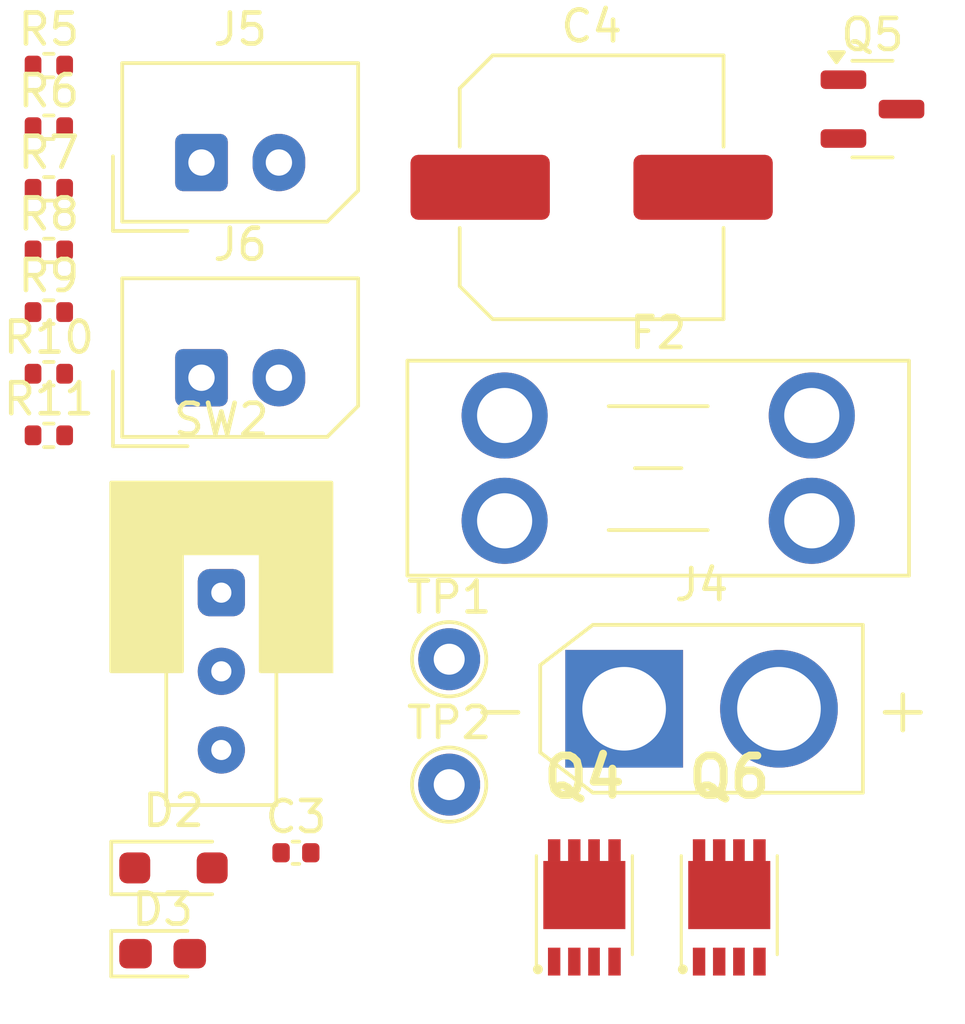
<source format=kicad_pcb>
(kicad_pcb (version 20221018) (generator pcbnew)
  (layers (0 "F.Cu" signal) (31 "B.Cu" signal) (34 "B.Paste" user) (35 "F.Paste" user) (36 "B.SilkS" user "B.Silkscreen") (37 "F.SilkS" user "F.Silkscreen") (38 "B.Mask" user) (39 "F.Mask" user) (44 "Edge.Cuts" user))
  (net 0 "")
  (net 1 "/S-S")
  (net 2 "Net-(Q6-G)")
  (net 3 "VDD")
  (net 4 "GND")
  (net 5 "Net-(D3-A)")
  (net 6 "+BATT")
  (net 7 "Net-(Q4-D)")
  (net 8 "Net-(Q4-G)")
  (net 9 "/PowerSW")
  (net 10 "Net-(Q5-D)")
  (net 11 "Net-(SW2-A)")
  (footprint "Connector_AMASS:AMASS_XT30U-M_1x02_P5.0mm_Vertical" (layer "F.Cu") (at 43.13 47.835)
    (fp_text reference "J4" (at 2.5 -4) (layer "F.SilkS"))
    (fp_text value "Conn_01x02_Male")
    (fp_text user "+" (at 9 0) (layer "F.SilkS") (effects (font (size 1.5 1.5))))
    (fp_text user "-" (at -4 0) (layer "F.SilkS") (effects (font (size 1.5 1.5))))
    (fp_line (start -2.71 -1.41) (end -2.71 1.41) (stroke (width 0.12)) (layer "F.SilkS"))
    (fp_line (start -2.71 -1.41) (end -1.01 -2.71) (stroke (width 0.12)) (layer "F.SilkS"))
    (fp_line (start -2.71 1.41) (end -1.01 2.71) (stroke (width 0.12)) (layer "F.SilkS"))
    (fp_line (start -1.01 -2.71) (end 7.71 -2.71) (stroke (width 0.12)) (layer "F.SilkS"))
    (fp_line (start -1.01 2.71) (end 7.71 2.71) (stroke (width 0.12)) (layer "F.SilkS"))
    (fp_line (start 7.71 -2.71) (end 7.71 2.71) (stroke (width 0.12)) (layer "F.SilkS"))
    (pad "1" thru_hole rect (at 0 0) (size 3.8 3.8) (drill 2.7) (layers "*.Cu" "*.Mask") (net 4 "GND"))
    (pad "2" thru_hole circle (at 5 0) (size 3.8 3.8) (drill 2.7) (layers "*.Cu" "*.Mask") (net 6 "+BATT"))
  )
  (footprint "TomoshibiLibrary:Package_TSON-Advance" (layer "F.Cu") (at 46.525 53.85)
    (fp_text reference "Q6" (at 0 -3.81) (layer "F.SilkS") (effects (font (size 1.27 1.27) (thickness 0.254))))
    (fp_text value "SQS141ELNW" hide)
    (fp_line (start -1.55 -1.27) (end -1.55 2.5) (stroke (width 0.1)) (layer "F.SilkS"))
    (fp_line (start 1.55 -1.27) (end 1.55 1.924) (stroke (width 0.1)) (layer "F.SilkS"))
    (fp_circle (center -1.5 2.4) (end -1.4 2.4) (stroke (width 0.12)) (fill solid) (layer "F.SilkS"))
    (pad "1" smd rect (at -0.975 2.15 90) (size 0.9 0.4) (layers "F.Cu" "F.Paste" "F.Mask") (net 1 "/S-S"))
    (pad "2" smd rect (at -0.325 2.15 90) (size 0.9 0.4) (layers "F.Cu" "F.Paste" "F.Mask") (net 1 "/S-S"))
    (pad "3" smd rect (at 0.3125 2.15 90) (size 0.9 0.375) (layers "F.Cu" "F.Paste" "F.Mask") (net 1 "/S-S"))
    (pad "4" smd rect (at 0.975 2.15 90) (size 0.9 0.4) (layers "F.Cu" "F.Paste" "F.Mask") (net 2 "Net-(Q6-G)"))
    (pad "5" smd rect (at -0.975 -1.45 90) (size 0.7 0.4) (layers "F.Cu" "F.Paste" "F.Mask") (net 3 "VDD"))
    (pad "5" smd rect (at -0.325 -1.45 90) (size 0.7 0.4) (layers "F.Cu" "F.Paste" "F.Mask") (net 3 "VDD"))
    (pad "5" smd rect (at 0 0 90) (size 2.2 2.65) (layers "F.Cu" "F.Paste" "F.Mask") (net 3 "VDD"))
    (pad "5" smd rect (at 0.3125 -1.45 90) (size 0.7 0.375) (layers "F.Cu" "F.Paste" "F.Mask") (net 3 "VDD"))
    (pad "5" smd rect (at 0.975 -1.45 90) (size 0.7 0.4) (layers "F.Cu" "F.Paste" "F.Mask") (net 3 "VDD"))
  )
  (footprint "TestPoint:TestPoint_THTPad_D2.0mm_Drill1.0mm" (layer "F.Cu") (at 37.48 46.235)
    (fp_text reference "TP1" (at 0 -1.998) (layer "F.SilkS"))
    (fp_text value "TestPoint")
    (fp_circle (center 0 0) (end 0 1.2) (stroke (width 0.12)) (fill none) (layer "F.SilkS"))
    (pad "1" thru_hole circle (at 0 0) (size 2 2) (drill 1) (layers "*.Cu" "*.Mask") (net 3 "VDD"))
  )
  (footprint "TestPoint:TestPoint_THTPad_D2.0mm_Drill1.0mm" (layer "F.Cu") (at 37.48 50.285)
    (fp_text reference "TP2" (at 0 -1.998) (layer "F.SilkS"))
    (fp_text value "TestPoint")
    (fp_circle (center 0 0) (end 0 1.2) (stroke (width 0.12)) (fill none) (layer "F.SilkS"))
    (pad "1" thru_hole circle (at 0 0) (size 2 2) (drill 1) (layers "*.Cu" "*.Mask") (net 4 "GND"))
  )
  (footprint "Resistor_SMD:R_0402_1005Metric" (layer "F.Cu") (at 24.55 33.035)
    (fp_text reference "R8" (at 0 -1.17) (layer "F.SilkS"))
    (fp_text value "10k")
    (fp_line (start -0.153641 -0.38) (end 0.153641 -0.38) (stroke (width 0.12)) (layer "F.SilkS"))
    (fp_line (start -0.153641 0.38) (end 0.153641 0.38) (stroke (width 0.12)) (layer "F.SilkS"))
    (pad "1" smd roundrect (at -0.51 0) (size 0.54 0.64) (layers "F.Cu" "F.Paste" "F.Mask") (net 1 "/S-S"))
    (pad "2" smd roundrect (at 0.51 0) (size 0.54 0.64) (layers "F.Cu" "F.Paste" "F.Mask") (net 8 "Net-(Q4-G)"))
  )
  (footprint "Resistor_SMD:R_0402_1005Metric" (layer "F.Cu") (at 24.55 31.045)
    (fp_text reference "R7" (at 0 -1.17) (layer "F.SilkS"))
    (fp_text value "10k")
    (fp_line (start -0.153641 -0.38) (end 0.153641 -0.38) (stroke (width 0.12)) (layer "F.SilkS"))
    (fp_line (start -0.153641 0.38) (end 0.153641 0.38) (stroke (width 0.12)) (layer "F.SilkS"))
    (pad "1" smd roundrect (at -0.51 0) (size 0.54 0.64) (layers "F.Cu" "F.Paste" "F.Mask") (net 8 "Net-(Q4-G)"))
    (pad "2" smd roundrect (at 0.51 0) (size 0.54 0.64) (layers "F.Cu" "F.Paste" "F.Mask") (net 4 "GND"))
  )
  (footprint "Package_TO_SOT_SMD:SOT-23" (layer "F.Cu") (at 51.15 28.47)
    (fp_text reference "Q5" (at 0 -2.4) (layer "F.SilkS"))
    (fp_text value "BSS138")
    (fp_line (start 0 -1.56) (end -0.65 -1.56) (stroke (width 0.12)) (layer "F.SilkS"))
    (fp_line (start 0 -1.56) (end 0.65 -1.56) (stroke (width 0.12)) (layer "F.SilkS"))
    (fp_line (start 0 1.56) (end -0.65 1.56) (stroke (width 0.12)) (layer "F.SilkS"))
    (fp_line (start 0 1.56) (end 0.65 1.56) (stroke (width 0.12)) (layer "F.SilkS"))
    (fp_poly (pts (xy -1.1625 -1.51) (xy -1.4025 -1.84) (xy -0.9225 -1.84) (xy -1.1625 -1.51)) (stroke (width 0.12)) (fill solid) (layer "F.SilkS"))
    (pad "1" smd roundrect (at -0.9375 -0.95) (size 1.475 0.6) (layers "F.Cu" "F.Paste" "F.Mask") (net 9 "/PowerSW"))
    (pad "2" smd roundrect (at -0.9375 0.95) (size 1.475 0.6) (layers "F.Cu" "F.Paste" "F.Mask") (net 4 "GND"))
    (pad "3" smd roundrect (at 0.9375 0) (size 1.475 0.6) (layers "F.Cu" "F.Paste" "F.Mask") (net 10 "Net-(Q5-D)"))
  )
  (footprint "Resistor_SMD:R_0402_1005Metric" (layer "F.Cu") (at 24.55 35.025)
    (fp_text reference "R9" (at 0 -1.17) (layer "F.SilkS"))
    (fp_text value "10k")
    (fp_line (start -0.153641 -0.38) (end 0.153641 -0.38) (stroke (width 0.12)) (layer "F.SilkS"))
    (fp_line (start -0.153641 0.38) (end 0.153641 0.38) (stroke (width 0.12)) (layer "F.SilkS"))
    (pad "1" smd roundrect (at -0.51 0) (size 0.54 0.64) (layers "F.Cu" "F.Paste" "F.Mask") (net 1 "/S-S"))
    (pad "2" smd roundrect (at 0.51 0) (size 0.54 0.64) (layers "F.Cu" "F.Paste" "F.Mask") (net 2 "Net-(Q6-G)"))
  )
  (footprint "Resistor_SMD:R_0402_1005Metric" (layer "F.Cu") (at 24.55 39.005)
    (fp_text reference "R11" (at 0 -1.17) (layer "F.SilkS"))
    (fp_text value "20k")
    (fp_line (start -0.153641 -0.38) (end 0.153641 -0.38) (stroke (width 0.12)) (layer "F.SilkS"))
    (fp_line (start -0.153641 0.38) (end 0.153641 0.38) (stroke (width 0.12)) (layer "F.SilkS"))
    (pad "1" smd roundrect (at -0.51 0) (size 0.54 0.64) (layers "F.Cu" "F.Paste" "F.Mask") (net 5 "Net-(D3-A)"))
    (pad "2" smd roundrect (at 0.51 0) (size 0.54 0.64) (layers "F.Cu" "F.Paste" "F.Mask") (net 3 "VDD"))
  )
  (footprint "TomoshibiLibrary:SW_Slide_3P_SPDT" (layer "F.Cu") (at 30.121 46.626)
    (fp_text reference "SW2" (at 0 -8.128 unlocked) (layer "F.SilkS"))
    (fp_text value "SW_SPDT")
    (fp_line (start -1.778 -4.318) (end 1.778 -4.318) (stroke (width 0.12)) (layer "F.SilkS"))
    (fp_line (start -1.778 4.318) (end -1.778 -4.318) (stroke (width 0.12)) (layer "F.SilkS"))
    (fp_line (start 1.778 -4.318) (end 1.778 4.318) (stroke (width 0.12)) (layer "F.SilkS"))
    (fp_line (start 1.778 4.318) (end -1.778 4.318) (stroke (width 0.12)) (layer "F.SilkS"))
    (fp_poly (pts (xy 3.556 0) (xy 1.27 0) (xy 1.27 -3.81) (xy -1.27 -3.81) (xy -1.27 0) (xy -3.556 0) (xy -3.556 -6.096) (xy 3.556 -6.096)) (stroke (width 0.12)) (fill solid) (layer "F.SilkS"))
    (pad "1" thru_hole roundrect (at 0 -2.54) (size 1.524 1.524) (drill 0.65) (layers "*.Cu" "*.Mask") (net 11 "Net-(SW2-A)"))
    (pad "2" thru_hole circle (at 0 0) (size 1.524 1.524) (drill 0.65) (layers "*.Cu" "*.Mask") (net 1 "/S-S"))
    (pad "3" thru_hole circle (at 0 2.54) (size 1.524 1.524) (drill 0.65) (layers "*.Cu" "*.Mask"))
  )
  (footprint "Diode_SMD:D_SOD-323_HandSoldering" (layer "F.Cu") (at 28.575 52.975)
    (fp_text reference "D2" (at 0 -1.85) (layer "F.SilkS"))
    (fp_text value "1N5819WS")
    (fp_line (start -2.01 -0.85) (end -2.01 0.85) (stroke (width 0.12)) (layer "F.SilkS"))
    (fp_line (start -2.01 -0.85) (end 1.25 -0.85) (stroke (width 0.12)) (layer "F.SilkS"))
    (fp_line (start -2.01 0.85) (end 1.25 0.85) (stroke (width 0.12)) (layer "F.SilkS"))
    (pad "1" smd roundrect (at -1.25 0) (size 1 1) (layers "F.Cu" "F.Paste" "F.Mask") (net 3 "VDD"))
    (pad "2" smd roundrect (at 1.25 0) (size 1 1) (layers "F.Cu" "F.Paste" "F.Mask") (net 4 "GND"))
  )
  (footprint "Capacitor_SMD:C_Elec_8x10.2" (layer "F.Cu") (at 42.08 30.995)
    (fp_text reference "C4" (at 0 -5.2) (layer "F.SilkS"))
    (fp_text value "470uF")
    (fp_line (start -4.26 -3.195563) (end -4.26 -1.31) (stroke (width 0.12)) (layer "F.SilkS"))
    (fp_line (start -4.26 -3.195563) (end -3.195563 -4.26) (stroke (width 0.12)) (layer "F.SilkS"))
    (fp_line (start -4.26 3.195563) (end -4.26 1.31) (stroke (width 0.12)) (layer "F.SilkS"))
    (fp_line (start -4.26 3.195563) (end -3.195563 4.26) (stroke (width 0.12)) (layer "F.SilkS"))
    (fp_line (start -3.195563 -4.26) (end 4.26 -4.26) (stroke (width 0.12)) (layer "F.SilkS"))
    (fp_line (start -3.195563 4.26) (end 4.26 4.26) (stroke (width 0.12)) (layer "F.SilkS"))
    (fp_line (start 4.26 -4.26) (end 4.26 -1.31) (stroke (width 0.12)) (layer "F.SilkS"))
    (fp_line (start 4.26 4.26) (end 4.26 1.31) (stroke (width 0.12)) (layer "F.SilkS"))
    (pad "1" smd roundrect (at -3.6 0) (size 4.5 2.1) (layers "F.Cu" "F.Paste" "F.Mask") (roundrect_rratio 0.119048) (net 3 "VDD"))
    (pad "2" smd roundrect (at 3.6 0) (size 4.5 2.1) (layers "F.Cu" "F.Paste" "F.Mask") (roundrect_rratio 0.119048) (net 4 "GND"))
  )
  (footprint "Resistor_SMD:R_0402_1005Metric" (layer "F.Cu") (at 24.55 29.055)
    (fp_text reference "R6" (at 0 -1.17) (layer "F.SilkS"))
    (fp_text value "10k")
    (fp_line (start -0.153641 -0.38) (end 0.153641 -0.38) (stroke (width 0.12)) (layer "F.SilkS"))
    (fp_line (start -0.153641 0.38) (end 0.153641 0.38) (stroke (width 0.12)) (layer "F.SilkS"))
    (pad "1" smd roundrect (at -0.51 0) (size 0.54 0.64) (layers "F.Cu" "F.Paste" "F.Mask") (net 9 "/PowerSW"))
    (pad "2" smd roundrect (at 0.51 0) (size 0.54 0.64) (layers "F.Cu" "F.Paste" "F.Mask") (net 4 "GND"))
  )
  (footprint "Connector_Molex:Molex_SPOX_5267-02A_1x02_P2.50mm_Vertical" (layer "F.Cu") (at 29.48 37.145)
    (fp_text reference "J6" (at 1.25 -4.3) (layer "F.SilkS"))
    (fp_text value "Conn_01x02_Male")
    (fp_line (start -2.86 -0.2) (end -2.86 2.21) (stroke (width 0.12)) (layer "F.SilkS"))
    (fp_line (start -2.86 2.21) (end -0.45 2.21) (stroke (width 0.12)) (layer "F.SilkS"))
    (fp_line (start -2.56 -3.21) (end -2.56 1.91) (stroke (width 0.12)) (layer "F.SilkS"))
    (fp_line (start -2.56 1.91) (end 4.06 1.91) (stroke (width 0.12)) (layer "F.SilkS"))
    (fp_line (start 4.06 1.91) (end 5.06 0.91) (stroke (width 0.12)) (layer "F.SilkS"))
    (fp_line (start 5.06 -3.21) (end -2.56 -3.21) (stroke (width 0.12)) (layer "F.SilkS"))
    (fp_line (start 5.06 0.91) (end 5.06 -3.21) (stroke (width 0.12)) (layer "F.SilkS"))
    (pad "1" thru_hole roundrect (at 0 0) (size 1.7 1.85) (drill 0.85) (layers "*.Cu" "*.Mask") (roundrect_rratio 0.147059) (net 4 "GND"))
    (pad "2" thru_hole oval (at 2.5 0) (size 1.7 1.85) (drill 0.85) (layers "*.Cu" "*.Mask") (net 3 "VDD"))
  )
  (footprint "Fuse:Fuseholder_Blade_Mini_Keystone_3568" (layer "F.Cu") (at 39.27 38.365)
    (fp_text reference "F2" (at 4.96 -2.67) (layer "F.SilkS"))
    (fp_text value "Fuse")
    (fp_line (start -3.14 -1.77) (end -3.14 5.17) (stroke (width 0.12)) (layer "F.SilkS"))
    (fp_line (start -3.14 5.17) (end 13.06 5.17) (stroke (width 0.12)) (layer "F.SilkS"))
    (fp_line (start 3.36 -0.3) (end 6.56 -0.3) (stroke (width 0.12)) (layer "F.SilkS"))
    (fp_line (start 4.21 1.7) (end 5.71 1.7) (stroke (width 0.12)) (layer "F.SilkS"))
    (fp_line (start 6.56 3.7) (end 3.36 3.7) (stroke (width 0.12)) (layer "F.SilkS"))
    (fp_line (start 13.06 -1.77) (end -3.14 -1.77) (stroke (width 0.12)) (layer "F.SilkS"))
    (fp_line (start 13.06 5.17) (end 13.06 -1.77) (stroke (width 0.12)) (layer "F.SilkS"))
    (pad "1" thru_hole circle (at 0 0) (size 2.78 2.78) (drill 1.78) (layers "*.Cu" "*.Mask") (net 6 "+BATT"))
    (pad "1" thru_hole circle (at 0 3.4) (size 2.78 2.78) (drill 1.78) (layers "*.Cu" "*.Mask") (net 6 "+BATT"))
    (pad "2" thru_hole circle (at 9.92 0) (size 2.78 2.78) (drill 1.78) (layers "*.Cu" "*.Mask") (net 7 "Net-(Q4-D)"))
    (pad "2" thru_hole circle (at 9.92 3.4) (size 2.78 2.78) (drill 1.78) (layers "*.Cu" "*.Mask") (net 7 "Net-(Q4-D)"))
  )
  (footprint "Resistor_SMD:R_0402_1005Metric" (layer "F.Cu") (at 24.55 37.015)
    (fp_text reference "R10" (at 0 -1.17) (layer "F.SilkS"))
    (fp_text value "10k")
    (fp_line (start -0.153641 -0.38) (end 0.153641 -0.38) (stroke (width 0.12)) (layer "F.SilkS"))
    (fp_line (start -0.153641 0.38) (end 0.153641 0.38) (stroke (width 0.12)) (layer "F.SilkS"))
    (pad "1" smd roundrect (at -0.51 0) (size 0.54 0.64) (layers "F.Cu" "F.Paste" "F.Mask") (net 2 "Net-(Q6-G)"))
    (pad "2" smd roundrect (at 0.51 0) (size 0.54 0.64) (layers "F.Cu" "F.Paste" "F.Mask") (net 10 "Net-(Q5-D)"))
  )
  (footprint "Resistor_SMD:R_0402_1005Metric" (layer "F.Cu") (at 24.55 27.065)
    (fp_text reference "R5" (at 0 -1.17) (layer "F.SilkS"))
    (fp_text value "10k")
    (fp_line (start -0.153641 -0.38) (end 0.153641 -0.38) (stroke (width 0.12)) (layer "F.SilkS"))
    (fp_line (start -0.153641 0.38) (end 0.153641 0.38) (stroke (width 0.12)) (layer "F.SilkS"))
    (pad "1" smd roundrect (at -0.51 0) (size 0.54 0.64) (layers "F.Cu" "F.Paste" "F.Mask") (net 11 "Net-(SW2-A)"))
    (pad "2" smd roundrect (at 0.51 0) (size 0.54 0.64) (layers "F.Cu" "F.Paste" "F.Mask") (net 9 "/PowerSW"))
  )
  (footprint "Connector_Molex:Molex_SPOX_5267-02A_1x02_P2.50mm_Vertical" (layer "F.Cu") (at 29.48 30.195)
    (fp_text reference "J5" (at 1.25 -4.3) (layer "F.SilkS"))
    (fp_text value "Conn_01x02_Male")
    (fp_line (start -2.86 -0.2) (end -2.86 2.21) (stroke (width 0.12)) (layer "F.SilkS"))
    (fp_line (start -2.86 2.21) (end -0.45 2.21) (stroke (width 0.12)) (layer "F.SilkS"))
    (fp_line (start -2.56 -3.21) (end -2.56 1.91) (stroke (width 0.12)) (layer "F.SilkS"))
    (fp_line (start -2.56 1.91) (end 4.06 1.91) (stroke (width 0.12)) (layer "F.SilkS"))
    (fp_line (start 4.06 1.91) (end 5.06 0.91) (stroke (width 0.12)) (layer "F.SilkS"))
    (fp_line (start 5.06 -3.21) (end -2.56 -3.21) (stroke (width 0.12)) (layer "F.SilkS"))
    (fp_line (start 5.06 0.91) (end 5.06 -3.21) (stroke (width 0.12)) (layer "F.SilkS"))
    (pad "1" thru_hole roundrect (at 0 0) (size 1.7 1.85) (drill 0.85) (layers "*.Cu" "*.Mask") (roundrect_rratio 0.147059) (net 4 "GND"))
    (pad "2" thru_hole oval (at 2.5 0) (size 1.7 1.85) (drill 0.85) (layers "*.Cu" "*.Mask") (net 3 "VDD"))
  )
  (footprint "TomoshibiLibrary:Package_TSON-Advance" (layer "F.Cu") (at 41.845 53.85)
    (fp_text reference "Q4" (at 0 -3.81) (layer "F.SilkS") (effects (font (size 1.27 1.27) (thickness 0.254))))
    (fp_text value "SQS141ELNW" hide)
    (fp_line (start -1.55 -1.27) (end -1.55 2.5) (stroke (width 0.1)) (layer "F.SilkS"))
    (fp_line (start 1.55 -1.27) (end 1.55 1.924) (stroke (width 0.1)) (layer "F.SilkS"))
    (fp_circle (center -1.5 2.4) (end -1.4 2.4) (stroke (width 0.12)) (fill solid) (layer "F.SilkS"))
    (pad "1" smd rect (at -0.975 2.15 90) (size 0.9 0.4) (layers "F.Cu" "F.Paste" "F.Mask") (net 1 "/S-S"))
    (pad "2" smd rect (at -0.325 2.15 90) (size 0.9 0.4) (layers "F.Cu" "F.Paste" "F.Mask") (net 1 "/S-S"))
    (pad "3" smd rect (at 0.3125 2.15 90) (size 0.9 0.375) (layers "F.Cu" "F.Paste" "F.Mask") (net 1 "/S-S"))
    (pad "4" smd rect (at 0.975 2.15 90) (size 0.9 0.4) (layers "F.Cu" "F.Paste" "F.Mask") (net 8 "Net-(Q4-G)"))
    (pad "5" smd rect (at -0.975 -1.45 90) (size 0.7 0.4) (layers "F.Cu" "F.Paste" "F.Mask") (net 7 "Net-(Q4-D)"))
    (pad "5" smd rect (at -0.325 -1.45 90) (size 0.7 0.4) (layers "F.Cu" "F.Paste" "F.Mask") (net 7 "Net-(Q4-D)"))
    (pad "5" smd rect (at 0 0 90) (size 2.2 2.65) (layers "F.Cu" "F.Paste" "F.Mask") (net 7 "Net-(Q4-D)"))
    (pad "5" smd rect (at 0.3125 -1.45 90) (size 0.7 0.375) (layers "F.Cu" "F.Paste" "F.Mask") (net 7 "Net-(Q4-D)"))
    (pad "5" smd rect (at 0.975 -1.45 90) (size 0.7 0.4) (layers "F.Cu" "F.Paste" "F.Mask") (net 7 "Net-(Q4-D)"))
  )
  (footprint "LED_SMD:LED_0603_1608Metric_Pad1.05x0.95mm_HandSolder" (layer "F.Cu") (at 28.225 55.745)
    (fp_text reference "D3" (at 0 -1.43) (layer "F.SilkS"))
    (fp_text value "Green")
    (fp_line (start -1.66 -0.735) (end -1.66 0.735) (stroke (width 0.12)) (layer "F.SilkS"))
    (fp_line (start -1.66 0.735) (end 0.8 0.735) (stroke (width 0.12)) (layer "F.SilkS"))
    (fp_line (start 0.8 -0.735) (end -1.66 -0.735) (stroke (width 0.12)) (layer "F.SilkS"))
    (pad "1" smd roundrect (at -0.875 0) (size 1.05 0.95) (layers "F.Cu" "F.Paste" "F.Mask") (net 4 "GND"))
    (pad "2" smd roundrect (at 0.875 0) (size 1.05 0.95) (layers "F.Cu" "F.Paste" "F.Mask") (net 5 "Net-(D3-A)"))
  )
  (footprint "Capacitor_SMD:C_0402_1005Metric" (layer "F.Cu") (at 32.53 52.485)
    (fp_text reference "C3" (at 0 -1.16) (layer "F.SilkS"))
    (fp_text value "1uF")
    (fp_line (start -0.107836 -0.36) (end 0.107836 -0.36) (stroke (width 0.12)) (layer "F.SilkS"))
    (fp_line (start -0.107836 0.36) (end 0.107836 0.36) (stroke (width 0.12)) (layer "F.SilkS"))
    (pad "1" smd roundrect (at -0.48 0) (size 0.56 0.62) (layers "F.Cu" "F.Paste" "F.Mask") (net 1 "/S-S"))
    (pad "2" smd roundrect (at 0.48 0) (size 0.56 0.62) (layers "F.Cu" "F.Paste" "F.Mask") (net 2 "Net-(Q6-G)"))
  )
)
</source>
